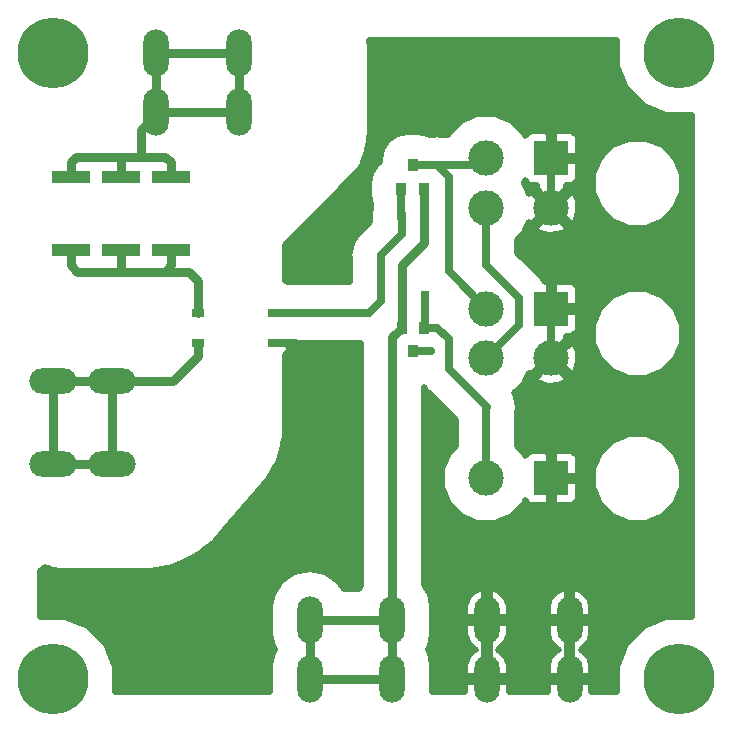
<source format=gbr>
G04 #@! TF.GenerationSoftware,KiCad,Pcbnew,(5.0.2)-1*
G04 #@! TF.CreationDate,2019-05-27T06:26:55-02:30*
G04 #@! TF.ProjectId,IndicatorLEDs_PCB,496e6469-6361-4746-9f72-4c4544735f50,rev?*
G04 #@! TF.SameCoordinates,Original*
G04 #@! TF.FileFunction,Copper,L1,Top*
G04 #@! TF.FilePolarity,Positive*
%FSLAX46Y46*%
G04 Gerber Fmt 4.6, Leading zero omitted, Abs format (unit mm)*
G04 Created by KiCad (PCBNEW (5.0.2)-1) date 5/27/2019 6:26:55 AM*
%MOMM*%
%LPD*%
G01*
G04 APERTURE LIST*
G04 #@! TA.AperFunction,ComponentPad*
%ADD10C,6.000000*%
G04 #@! TD*
G04 #@! TA.AperFunction,ComponentPad*
%ADD11O,2.150000X4.000000*%
G04 #@! TD*
G04 #@! TA.AperFunction,ComponentPad*
%ADD12O,4.000000X2.150000*%
G04 #@! TD*
G04 #@! TA.AperFunction,ComponentPad*
%ADD13C,3.000000*%
G04 #@! TD*
G04 #@! TA.AperFunction,ComponentPad*
%ADD14R,3.000000X3.000000*%
G04 #@! TD*
G04 #@! TA.AperFunction,SMDPad,CuDef*
%ADD15R,0.900000X1.000000*%
G04 #@! TD*
G04 #@! TA.AperFunction,SMDPad,CuDef*
%ADD16R,3.200000X1.000000*%
G04 #@! TD*
G04 #@! TA.AperFunction,SMDPad,CuDef*
%ADD17R,0.700000X1.300000*%
G04 #@! TD*
G04 #@! TA.AperFunction,SMDPad,CuDef*
%ADD18R,1.000000X0.800000*%
G04 #@! TD*
G04 #@! TA.AperFunction,ViaPad*
%ADD19C,0.600000*%
G04 #@! TD*
G04 #@! TA.AperFunction,Conductor*
%ADD20C,0.762000*%
G04 #@! TD*
G04 #@! TA.AperFunction,Conductor*
%ADD21C,0.635000*%
G04 #@! TD*
G04 #@! TA.AperFunction,Conductor*
%ADD22C,0.152400*%
G04 #@! TD*
G04 #@! TA.AperFunction,Conductor*
%ADD23C,0.540000*%
G04 #@! TD*
G04 APERTURE END LIST*
D10*
G04 #@! TO.P,H1,1*
G04 #@! TO.N,Net-(H1-Pad1)*
X53500000Y-146500000D03*
G04 #@! TD*
G04 #@! TO.P,H2,1*
G04 #@! TO.N,Net-(H2-Pad1)*
X106500000Y-146500000D03*
G04 #@! TD*
G04 #@! TO.P,H3,1*
G04 #@! TO.N,Net-(H3-Pad1)*
X106500000Y-93500000D03*
G04 #@! TD*
G04 #@! TO.P,H4,1*
G04 #@! TO.N,Net-(H4-Pad1)*
X53500000Y-93500000D03*
G04 #@! TD*
D11*
G04 #@! TO.P,J1,1*
G04 #@! TO.N,/HV_Contactor_+*
X62250000Y-93500000D03*
X69250000Y-93500000D03*
X69250000Y-98500000D03*
X62250000Y-98500000D03*
G04 #@! TD*
D12*
G04 #@! TO.P,J2,1*
G04 #@! TO.N,ISO_GND*
X53500000Y-121250000D03*
X53500000Y-128250000D03*
X58500000Y-128250000D03*
X58500000Y-121250000D03*
G04 #@! TD*
D11*
G04 #@! TO.P,J5,1*
G04 #@! TO.N,+12V*
X75250000Y-141500000D03*
X82250000Y-141500000D03*
X82250000Y-146500000D03*
X75250000Y-146500000D03*
G04 #@! TD*
G04 #@! TO.P,J6,1*
G04 #@! TO.N,GND*
X90250000Y-146500000D03*
X97250000Y-146500000D03*
X97250000Y-141500000D03*
X90250000Y-141500000D03*
G04 #@! TD*
D13*
G04 #@! TO.P,J3,2*
G04 #@! TO.N,/BMS_Shorted_I*
X90200000Y-129500000D03*
D14*
G04 #@! TO.P,J3,1*
G04 #@! TO.N,GND*
X95700000Y-129500000D03*
G04 #@! TD*
D13*
G04 #@! TO.P,J4,4*
G04 #@! TO.N,/GREEN_LED_FRONT*
X90200000Y-106600000D03*
G04 #@! TO.P,J4,3*
G04 #@! TO.N,/RED_LED_FRONT*
X90200000Y-102400000D03*
G04 #@! TO.P,J4,2*
G04 #@! TO.N,GND*
X95700000Y-106600000D03*
D14*
G04 #@! TO.P,J4,1*
X95700000Y-102400000D03*
G04 #@! TD*
G04 #@! TO.P,J7,1*
G04 #@! TO.N,GND*
X95700000Y-115150000D03*
D13*
G04 #@! TO.P,J7,2*
X95700000Y-119350000D03*
G04 #@! TO.P,J7,3*
G04 #@! TO.N,/RED_LED_FRONT*
X90200000Y-115150000D03*
G04 #@! TO.P,J7,4*
G04 #@! TO.N,/GREEN_LED_FRONT*
X90200000Y-119350000D03*
G04 #@! TD*
D15*
G04 #@! TO.P,Q1,1*
G04 #@! TO.N,/HV_Connected*
X83000000Y-105000000D03*
G04 #@! TO.P,Q1,2*
G04 #@! TO.N,+12V*
X84900000Y-105000000D03*
G04 #@! TO.P,Q1,3*
G04 #@! TO.N,/RED_LED_FRONT*
X83950000Y-103000000D03*
G04 #@! TD*
G04 #@! TO.P,Q2,3*
G04 #@! TO.N,/GREEN_LED_FRONT*
X84000000Y-118750000D03*
G04 #@! TO.P,Q2,2*
G04 #@! TO.N,+12V*
X83050000Y-116750000D03*
G04 #@! TO.P,Q2,1*
G04 #@! TO.N,/BMS_Shorted_I*
X84950000Y-116750000D03*
G04 #@! TD*
D16*
G04 #@! TO.P,R1,2*
G04 #@! TO.N,/HV_Contactor_+*
X55000000Y-104000000D03*
G04 #@! TO.P,R1,1*
G04 #@! TO.N,Net-(R1-Pad1)*
X55000000Y-110200000D03*
G04 #@! TD*
G04 #@! TO.P,R2,1*
G04 #@! TO.N,Net-(R1-Pad1)*
X59250000Y-110200000D03*
G04 #@! TO.P,R2,2*
G04 #@! TO.N,/HV_Contactor_+*
X59250000Y-104000000D03*
G04 #@! TD*
G04 #@! TO.P,R3,2*
G04 #@! TO.N,/HV_Contactor_+*
X63500000Y-104000000D03*
G04 #@! TO.P,R3,1*
G04 #@! TO.N,Net-(R1-Pad1)*
X63500000Y-110200000D03*
G04 #@! TD*
D17*
G04 #@! TO.P,R4,2*
G04 #@! TO.N,/HV_Connected*
X83050000Y-107500000D03*
G04 #@! TO.P,R4,1*
G04 #@! TO.N,+12V*
X84950000Y-107500000D03*
G04 #@! TD*
G04 #@! TO.P,R5,1*
G04 #@! TO.N,+12V*
X83100000Y-114250000D03*
G04 #@! TO.P,R5,2*
G04 #@! TO.N,/BMS_Shorted_I*
X85000000Y-114250000D03*
G04 #@! TD*
D18*
G04 #@! TO.P,U1,4*
G04 #@! TO.N,/HV_Connected*
X72250000Y-115460000D03*
G04 #@! TO.P,U1,1*
G04 #@! TO.N,Net-(R1-Pad1)*
X65750000Y-115460000D03*
G04 #@! TO.P,U1,3*
G04 #@! TO.N,GND*
X72250000Y-118000000D03*
G04 #@! TO.P,U1,2*
G04 #@! TO.N,ISO_GND*
X65750000Y-118000000D03*
G04 #@! TD*
D19*
G04 #@! TO.N,GND*
X74000000Y-118000000D03*
X74000000Y-120000000D03*
X74000000Y-123500000D03*
X73000000Y-131000000D03*
X66000000Y-137500000D03*
X56500000Y-139750000D03*
X61250000Y-146000000D03*
X68750000Y-146000000D03*
X70000000Y-142500000D03*
X77000000Y-136250000D03*
X79250000Y-133500000D03*
X78750000Y-127000000D03*
X78750000Y-119500000D03*
X74500000Y-111750000D03*
X78000000Y-110250000D03*
X75500000Y-109000000D03*
X79000000Y-107000000D03*
X79250000Y-104500000D03*
X81000000Y-99500000D03*
X82000000Y-94000000D03*
X89250000Y-93750000D03*
X98250000Y-94250000D03*
X95500000Y-97250000D03*
X86500000Y-97000000D03*
X101250000Y-99500000D03*
X106750000Y-101250000D03*
X107000000Y-108750000D03*
X103000000Y-110750000D03*
X107000000Y-113750000D03*
X107000000Y-121250000D03*
X102750000Y-123250000D03*
X107000000Y-127000000D03*
X106750000Y-134250000D03*
X102000000Y-136250000D03*
X106250000Y-138750000D03*
X102000000Y-140000000D03*
G04 #@! TO.N,/GREEN_LED_FRONT*
X85500000Y-118750000D03*
G04 #@! TD*
D20*
G04 #@! TO.N,ISO_GND*
X61262000Y-121250000D02*
X58500000Y-121250000D01*
X63662000Y-121250000D02*
X61262000Y-121250000D01*
X65750000Y-119162000D02*
X63662000Y-121250000D01*
X65750000Y-118000000D02*
X65750000Y-119162000D01*
X53500000Y-121250000D02*
X58500000Y-121250000D01*
X53500000Y-128250000D02*
X58500000Y-128250000D01*
X58500000Y-128250000D02*
X58500000Y-121250000D01*
X53500000Y-121250000D02*
X53500000Y-128250000D01*
G04 #@! TO.N,+12V*
X75250000Y-146500000D02*
X82250000Y-146500000D01*
X82250000Y-146500000D02*
X82250000Y-141500000D01*
X82250000Y-141500000D02*
X75250000Y-141500000D01*
X75250000Y-141500000D02*
X75250000Y-146500000D01*
X84900000Y-107450000D02*
X84950000Y-107500000D01*
X84900000Y-105000000D02*
X84900000Y-107450000D01*
X84950000Y-107500000D02*
X84950000Y-109550000D01*
X83100000Y-111400000D02*
X83100000Y-114250000D01*
X84950000Y-109550000D02*
X83100000Y-111400000D01*
X83050000Y-114300000D02*
X83100000Y-114250000D01*
X83050000Y-116750000D02*
X83050000Y-114300000D01*
X82250000Y-117550000D02*
X83050000Y-116750000D01*
X82250000Y-141500000D02*
X82250000Y-117550000D01*
D21*
G04 #@! TO.N,GND*
X72250000Y-118000000D02*
X74000000Y-118000000D01*
X95700000Y-106600000D02*
X95700000Y-102400000D01*
X95700000Y-115150000D02*
X95700000Y-119350000D01*
D22*
X74000000Y-118000000D02*
X74000000Y-120000000D01*
X74000000Y-123500000D02*
X74000000Y-130000000D01*
X74000000Y-130000000D02*
X73000000Y-131000000D01*
X66000000Y-137500000D02*
X58750000Y-137500000D01*
X58750000Y-137500000D02*
X56500000Y-139750000D01*
X61250000Y-146000000D02*
X68750000Y-146000000D01*
X70000000Y-142500000D02*
X71250000Y-141250000D01*
X71250000Y-141250000D02*
X71250000Y-138750000D01*
X71250000Y-138750000D02*
X73750000Y-136250000D01*
X73750000Y-136250000D02*
X77000000Y-136250000D01*
X79250000Y-133500000D02*
X78750000Y-133000000D01*
X78750000Y-133000000D02*
X78750000Y-127000000D01*
X74500000Y-111750000D02*
X76000000Y-110250000D01*
X76000000Y-110250000D02*
X78000000Y-110250000D01*
X75500000Y-109000000D02*
X77500000Y-107000000D01*
X77500000Y-107000000D02*
X79000000Y-107000000D01*
X79549999Y-104200001D02*
X79549999Y-103450001D01*
X79250000Y-104500000D02*
X79549999Y-104200001D01*
X79549999Y-103450001D02*
X80750000Y-102250000D01*
X80750000Y-102250000D02*
X80750000Y-99750000D01*
X80750000Y-99750000D02*
X81000000Y-99500000D01*
X82000000Y-94000000D02*
X89000000Y-94000000D01*
X89000000Y-94000000D02*
X89250000Y-93750000D01*
X98250000Y-94250000D02*
X95500000Y-97000000D01*
X95500000Y-97000000D02*
X95500000Y-97250000D01*
X95700000Y-102400000D02*
X98350000Y-102400000D01*
X98350000Y-102400000D02*
X101250000Y-99500000D01*
X106750000Y-101674264D02*
X107000000Y-101924264D01*
X106750000Y-101250000D02*
X106750000Y-101674264D01*
X107000000Y-101924264D02*
X107000000Y-108750000D01*
X103000000Y-110750000D02*
X106000000Y-113750000D01*
X106000000Y-113750000D02*
X107000000Y-113750000D01*
X107000000Y-121250000D02*
X104750000Y-121250000D01*
X104750000Y-121250000D02*
X102750000Y-123250000D01*
X107000000Y-127000000D02*
X107000000Y-134000000D01*
X107000000Y-134000000D02*
X106750000Y-134250000D01*
X102000000Y-136250000D02*
X103750000Y-136250000D01*
X103750000Y-136250000D02*
X106250000Y-138750000D01*
D20*
G04 #@! TO.N,/HV_Contactor_+*
X62250000Y-98500000D02*
X69250000Y-98500000D01*
X69250000Y-93500000D02*
X69250000Y-98500000D01*
X62250000Y-93500000D02*
X62250000Y-98500000D01*
X62250000Y-93500000D02*
X69250000Y-93500000D01*
X55488000Y-102250000D02*
X61000000Y-102250000D01*
X55000000Y-102738000D02*
X55488000Y-102250000D01*
X55000000Y-104000000D02*
X55000000Y-102738000D01*
X63012000Y-102250000D02*
X61000000Y-102250000D01*
X63500000Y-102738000D02*
X63012000Y-102250000D01*
X63500000Y-104000000D02*
X63500000Y-102738000D01*
X61000000Y-100000000D02*
X61000000Y-102250000D01*
X62250000Y-98500000D02*
X62250000Y-98750000D01*
X62250000Y-98750000D02*
X61000000Y-100000000D01*
X59250000Y-102250000D02*
X59250000Y-104000000D01*
X61000000Y-102250000D02*
X59250000Y-102250000D01*
D21*
G04 #@! TO.N,/BMS_Shorted_I*
X85000000Y-116700000D02*
X84950000Y-116750000D01*
X85000000Y-114250000D02*
X85000000Y-116700000D01*
X86035000Y-116750000D02*
X87000000Y-117715000D01*
X84950000Y-116750000D02*
X86035000Y-116750000D01*
X87000000Y-117715000D02*
X87000000Y-120250000D01*
X87000000Y-120250000D02*
X90250000Y-123500000D01*
X90200000Y-123550000D02*
X90200000Y-129500000D01*
X90250000Y-123500000D02*
X90200000Y-123550000D01*
G04 #@! TO.N,/GREEN_LED_FRONT*
X93000000Y-116550000D02*
X90200000Y-119350000D01*
X93000000Y-114250000D02*
X93000000Y-116550000D01*
X90200000Y-106600000D02*
X90200000Y-111450000D01*
X90200000Y-111450000D02*
X93000000Y-114250000D01*
X84000000Y-118750000D02*
X85500000Y-118750000D01*
G04 #@! TO.N,/RED_LED_FRONT*
X89600000Y-103000000D02*
X90200000Y-102400000D01*
X90200000Y-115150000D02*
X87000000Y-111950000D01*
X87000000Y-104000000D02*
X86000000Y-103000000D01*
X87000000Y-111950000D02*
X87000000Y-104000000D01*
X83950000Y-103000000D02*
X86000000Y-103000000D01*
X86000000Y-103000000D02*
X89600000Y-103000000D01*
G04 #@! TO.N,/HV_Connected*
X83000000Y-107450000D02*
X83050000Y-107500000D01*
X83000000Y-105000000D02*
X83000000Y-107450000D01*
X83050000Y-108785000D02*
X81250000Y-110585000D01*
X83050000Y-107500000D02*
X83050000Y-108785000D01*
X81250000Y-110585000D02*
X81250000Y-114500000D01*
X80290000Y-115460000D02*
X72250000Y-115460000D01*
X81250000Y-114500000D02*
X80290000Y-115460000D01*
D20*
G04 #@! TO.N,Net-(R1-Pad1)*
X55000000Y-111462000D02*
X55538000Y-112000000D01*
X55000000Y-110200000D02*
X55000000Y-111462000D01*
X63500000Y-111462000D02*
X62962000Y-112000000D01*
X63500000Y-110200000D02*
X63500000Y-111462000D01*
X59250000Y-111462000D02*
X59250000Y-112000000D01*
X59250000Y-110200000D02*
X59250000Y-111462000D01*
X62962000Y-112000000D02*
X59250000Y-112000000D01*
X59250000Y-112000000D02*
X55538000Y-112000000D01*
X62962000Y-112000000D02*
X65000000Y-112000000D01*
X65750000Y-112750000D02*
X65750000Y-115460000D01*
X65000000Y-112000000D02*
X65750000Y-112750000D01*
G04 #@! TD*
D23*
G04 #@! TO.N,GND*
G36*
X79599000Y-138521662D02*
X79380280Y-138849000D01*
X78119720Y-138849000D01*
X77661610Y-138163390D01*
X76555153Y-137424079D01*
X75250000Y-137164468D01*
X73944846Y-137424079D01*
X72838390Y-138163390D01*
X72099079Y-139269847D01*
X71905000Y-140245549D01*
X71905000Y-142754452D01*
X72099079Y-143730154D01*
X72279385Y-144000000D01*
X72099079Y-144269847D01*
X71905000Y-145245549D01*
X71905000Y-147630000D01*
X58736145Y-147630000D01*
X58770000Y-147548268D01*
X58770000Y-145451732D01*
X57967690Y-143514785D01*
X56485215Y-142032310D01*
X54548268Y-141230000D01*
X52451732Y-141230000D01*
X52370000Y-141263855D01*
X52370000Y-137383049D01*
X52796106Y-136980616D01*
X52959519Y-137059086D01*
X53120005Y-137108458D01*
X53270785Y-137182324D01*
X53633077Y-137266299D01*
X54092413Y-137335357D01*
X54266576Y-137370000D01*
X61483424Y-137370000D01*
X61602401Y-137346334D01*
X62310222Y-137274031D01*
X62475532Y-137243892D01*
X62641226Y-137216277D01*
X63631791Y-136969993D01*
X63984547Y-136852221D01*
X64924387Y-136454011D01*
X65254376Y-136282505D01*
X66120353Y-135742175D01*
X66320042Y-135594615D01*
X66419449Y-135521159D01*
X67190238Y-134852012D01*
X67350371Y-134689274D01*
X67451078Y-134586929D01*
X68103730Y-133810165D01*
X71465115Y-129851751D01*
X71678933Y-129605637D01*
X71784440Y-129457083D01*
X71896035Y-129313041D01*
X71913456Y-129284907D01*
X72344447Y-128577899D01*
X72437835Y-128384428D01*
X72533891Y-128192327D01*
X72545516Y-128161346D01*
X72830974Y-127384088D01*
X72885002Y-127176172D01*
X72941918Y-126969065D01*
X72947304Y-126936415D01*
X73012009Y-126526331D01*
X73120000Y-125983424D01*
X73120000Y-119088842D01*
X73190701Y-119059557D01*
X73409556Y-118840702D01*
X73528000Y-118554754D01*
X73528000Y-118394500D01*
X73363502Y-118230002D01*
X73528000Y-118230002D01*
X73528000Y-118047500D01*
X79599001Y-118047500D01*
X79599000Y-138521662D01*
X79599000Y-138521662D01*
G37*
X79599000Y-138521662D02*
X79380280Y-138849000D01*
X78119720Y-138849000D01*
X77661610Y-138163390D01*
X76555153Y-137424079D01*
X75250000Y-137164468D01*
X73944846Y-137424079D01*
X72838390Y-138163390D01*
X72099079Y-139269847D01*
X71905000Y-140245549D01*
X71905000Y-142754452D01*
X72099079Y-143730154D01*
X72279385Y-144000000D01*
X72099079Y-144269847D01*
X71905000Y-145245549D01*
X71905000Y-147630000D01*
X58736145Y-147630000D01*
X58770000Y-147548268D01*
X58770000Y-145451732D01*
X57967690Y-143514785D01*
X56485215Y-142032310D01*
X54548268Y-141230000D01*
X52451732Y-141230000D01*
X52370000Y-141263855D01*
X52370000Y-137383049D01*
X52796106Y-136980616D01*
X52959519Y-137059086D01*
X53120005Y-137108458D01*
X53270785Y-137182324D01*
X53633077Y-137266299D01*
X54092413Y-137335357D01*
X54266576Y-137370000D01*
X61483424Y-137370000D01*
X61602401Y-137346334D01*
X62310222Y-137274031D01*
X62475532Y-137243892D01*
X62641226Y-137216277D01*
X63631791Y-136969993D01*
X63984547Y-136852221D01*
X64924387Y-136454011D01*
X65254376Y-136282505D01*
X66120353Y-135742175D01*
X66320042Y-135594615D01*
X66419449Y-135521159D01*
X67190238Y-134852012D01*
X67350371Y-134689274D01*
X67451078Y-134586929D01*
X68103730Y-133810165D01*
X71465115Y-129851751D01*
X71678933Y-129605637D01*
X71784440Y-129457083D01*
X71896035Y-129313041D01*
X71913456Y-129284907D01*
X72344447Y-128577899D01*
X72437835Y-128384428D01*
X72533891Y-128192327D01*
X72545516Y-128161346D01*
X72830974Y-127384088D01*
X72885002Y-127176172D01*
X72941918Y-126969065D01*
X72947304Y-126936415D01*
X73012009Y-126526331D01*
X73120000Y-125983424D01*
X73120000Y-119088842D01*
X73190701Y-119059557D01*
X73409556Y-118840702D01*
X73528000Y-118554754D01*
X73528000Y-118394500D01*
X73363502Y-118230002D01*
X73528000Y-118230002D01*
X73528000Y-118047500D01*
X79599001Y-118047500D01*
X79599000Y-138521662D01*
G36*
X101230000Y-92451732D02*
X101230000Y-94548268D01*
X102032310Y-96485215D01*
X103514785Y-97967690D01*
X105451732Y-98770000D01*
X107548268Y-98770000D01*
X107630001Y-98736145D01*
X107630000Y-141263855D01*
X107548268Y-141230000D01*
X105451732Y-141230000D01*
X103514785Y-142032310D01*
X102032310Y-143514785D01*
X101230000Y-145451732D01*
X101230000Y-147548268D01*
X101263855Y-147630000D01*
X99103000Y-147630000D01*
X99103000Y-146730000D01*
X97480000Y-146730000D01*
X97480000Y-146750000D01*
X97020000Y-146750000D01*
X97020000Y-146730000D01*
X95397000Y-146730000D01*
X95397000Y-147630000D01*
X92103000Y-147630000D01*
X92103000Y-146730000D01*
X90480000Y-146730000D01*
X90480000Y-146750000D01*
X90020000Y-146750000D01*
X90020000Y-146730000D01*
X88397000Y-146730000D01*
X88397000Y-147630000D01*
X85595000Y-147630000D01*
X85595000Y-145245548D01*
X85400921Y-144269846D01*
X85220615Y-144000000D01*
X85400921Y-143730154D01*
X85595000Y-142754452D01*
X85595000Y-141730000D01*
X88397000Y-141730000D01*
X88397000Y-142655000D01*
X88626068Y-143346605D01*
X89102365Y-143897904D01*
X89312719Y-144000000D01*
X89102365Y-144102096D01*
X88626068Y-144653395D01*
X88397000Y-145345000D01*
X88397000Y-146270000D01*
X90020000Y-146270000D01*
X90020000Y-141730000D01*
X90480000Y-141730000D01*
X90480000Y-146270000D01*
X92103000Y-146270000D01*
X92103000Y-145345000D01*
X91873932Y-144653395D01*
X91397635Y-144102096D01*
X91187281Y-144000000D01*
X91397635Y-143897904D01*
X91873932Y-143346605D01*
X92103000Y-142655000D01*
X92103000Y-141730000D01*
X95397000Y-141730000D01*
X95397000Y-142655000D01*
X95626068Y-143346605D01*
X96102365Y-143897904D01*
X96312719Y-144000000D01*
X96102365Y-144102096D01*
X95626068Y-144653395D01*
X95397000Y-145345000D01*
X95397000Y-146270000D01*
X97020000Y-146270000D01*
X97020000Y-141730000D01*
X97480000Y-141730000D01*
X97480000Y-146270000D01*
X99103000Y-146270000D01*
X99103000Y-145345000D01*
X98873932Y-144653395D01*
X98397635Y-144102096D01*
X98187281Y-144000000D01*
X98397635Y-143897904D01*
X98873932Y-143346605D01*
X99103000Y-142655000D01*
X99103000Y-141730000D01*
X97480000Y-141730000D01*
X97020000Y-141730000D01*
X95397000Y-141730000D01*
X92103000Y-141730000D01*
X90480000Y-141730000D01*
X90020000Y-141730000D01*
X88397000Y-141730000D01*
X85595000Y-141730000D01*
X85595000Y-140345000D01*
X88397000Y-140345000D01*
X88397000Y-141270000D01*
X90020000Y-141270000D01*
X90020000Y-138932526D01*
X90480000Y-138932526D01*
X90480000Y-141270000D01*
X92103000Y-141270000D01*
X92103000Y-140345000D01*
X95397000Y-140345000D01*
X95397000Y-141270000D01*
X97020000Y-141270000D01*
X97020000Y-138932526D01*
X97480000Y-138932526D01*
X97480000Y-141270000D01*
X99103000Y-141270000D01*
X99103000Y-140345000D01*
X98873932Y-139653395D01*
X98397635Y-139102096D01*
X97764800Y-138794947D01*
X97480000Y-138932526D01*
X97020000Y-138932526D01*
X96735200Y-138794947D01*
X96102365Y-139102096D01*
X95626068Y-139653395D01*
X95397000Y-140345000D01*
X92103000Y-140345000D01*
X91873932Y-139653395D01*
X91397635Y-139102096D01*
X90764800Y-138794947D01*
X90480000Y-138932526D01*
X90020000Y-138932526D01*
X89735200Y-138794947D01*
X89102365Y-139102096D01*
X88626068Y-139653395D01*
X88397000Y-140345000D01*
X85595000Y-140345000D01*
X85595000Y-140245548D01*
X85400921Y-139269846D01*
X84901000Y-138521662D01*
X84901000Y-121766000D01*
X84990158Y-121899435D01*
X84990161Y-121899438D01*
X85134518Y-122115483D01*
X85350562Y-122259839D01*
X87612500Y-124521778D01*
X87612501Y-126755913D01*
X87003948Y-127364466D01*
X86430000Y-128750100D01*
X86430000Y-130249900D01*
X87003948Y-131635534D01*
X88064466Y-132696052D01*
X89450100Y-133270000D01*
X90949900Y-133270000D01*
X92335534Y-132696052D01*
X93396052Y-131635534D01*
X93508599Y-131363821D01*
X93540444Y-131440702D01*
X93759299Y-131659557D01*
X94045246Y-131778000D01*
X95275500Y-131778000D01*
X95470000Y-131583500D01*
X95470000Y-129730000D01*
X95930000Y-129730000D01*
X95930000Y-131583500D01*
X96124500Y-131778000D01*
X97354754Y-131778000D01*
X97640701Y-131659557D01*
X97859556Y-131440702D01*
X97978000Y-131154754D01*
X97978000Y-129924500D01*
X97783500Y-129730000D01*
X95930000Y-129730000D01*
X95470000Y-129730000D01*
X95450000Y-129730000D01*
X95450000Y-129270000D01*
X95470000Y-129270000D01*
X95470000Y-127416500D01*
X95930000Y-127416500D01*
X95930000Y-129270000D01*
X97783500Y-129270000D01*
X97978000Y-129075500D01*
X97978000Y-128750100D01*
X99230000Y-128750100D01*
X99230000Y-130249900D01*
X99803948Y-131635534D01*
X100864466Y-132696052D01*
X102250100Y-133270000D01*
X103749900Y-133270000D01*
X105135534Y-132696052D01*
X106196052Y-131635534D01*
X106770000Y-130249900D01*
X106770000Y-128750100D01*
X106196052Y-127364466D01*
X105135534Y-126303948D01*
X103749900Y-125730000D01*
X102250100Y-125730000D01*
X100864466Y-126303948D01*
X99803948Y-127364466D01*
X99230000Y-128750100D01*
X97978000Y-128750100D01*
X97978000Y-127845246D01*
X97859556Y-127559298D01*
X97640701Y-127340443D01*
X97354754Y-127222000D01*
X96124500Y-127222000D01*
X95930000Y-127416500D01*
X95470000Y-127416500D01*
X95275500Y-127222000D01*
X94045246Y-127222000D01*
X93759299Y-127340443D01*
X93540444Y-127559298D01*
X93508599Y-127636179D01*
X93396052Y-127364466D01*
X92787500Y-126755914D01*
X92787500Y-124006209D01*
X92888191Y-123500000D01*
X92820813Y-123161264D01*
X92687371Y-122490407D01*
X92568733Y-122312853D01*
X93396052Y-121485534D01*
X93593589Y-121008635D01*
X94366634Y-121008635D01*
X94527577Y-121355001D01*
X95384104Y-121651046D01*
X96288722Y-121596778D01*
X96872423Y-121355001D01*
X97033366Y-121008635D01*
X95700000Y-119675269D01*
X94366634Y-121008635D01*
X93593589Y-121008635D01*
X93778847Y-120561384D01*
X94041365Y-120683366D01*
X95374731Y-119350000D01*
X96025269Y-119350000D01*
X97358635Y-120683366D01*
X97705001Y-120522423D01*
X98001046Y-119665896D01*
X97946778Y-118761278D01*
X97705001Y-118177577D01*
X97358635Y-118016634D01*
X96025269Y-119350000D01*
X95374731Y-119350000D01*
X95360589Y-119335858D01*
X95685858Y-119010589D01*
X95700000Y-119024731D01*
X97033366Y-117691365D01*
X96910990Y-117428000D01*
X97354754Y-117428000D01*
X97640701Y-117309557D01*
X97859556Y-117090702D01*
X97978000Y-116804754D01*
X97978000Y-116500100D01*
X99230000Y-116500100D01*
X99230000Y-117999900D01*
X99803948Y-119385534D01*
X100864466Y-120446052D01*
X102250100Y-121020000D01*
X103749900Y-121020000D01*
X105135534Y-120446052D01*
X106196052Y-119385534D01*
X106770000Y-117999900D01*
X106770000Y-116500100D01*
X106196052Y-115114466D01*
X105135534Y-114053948D01*
X103749900Y-113480000D01*
X102250100Y-113480000D01*
X100864466Y-114053948D01*
X99803948Y-115114466D01*
X99230000Y-116500100D01*
X97978000Y-116500100D01*
X97978000Y-115574500D01*
X97783500Y-115380000D01*
X95930000Y-115380000D01*
X95930000Y-115400000D01*
X95587500Y-115400000D01*
X95587500Y-114504841D01*
X95638191Y-114250000D01*
X95587500Y-113995158D01*
X95587500Y-113995154D01*
X95470000Y-113404440D01*
X95470000Y-113066500D01*
X95930000Y-113066500D01*
X95930000Y-114920000D01*
X97783500Y-114920000D01*
X97978000Y-114725500D01*
X97978000Y-113495246D01*
X97859556Y-113209298D01*
X97640701Y-112990443D01*
X97354754Y-112872000D01*
X96124500Y-112872000D01*
X95930000Y-113066500D01*
X95470000Y-113066500D01*
X95275500Y-112872000D01*
X95191210Y-112872000D01*
X95009842Y-112600564D01*
X95009840Y-112600562D01*
X94865483Y-112384517D01*
X94649439Y-112240161D01*
X92787500Y-110378223D01*
X92787500Y-109344086D01*
X93396052Y-108735534D01*
X93593589Y-108258635D01*
X94366634Y-108258635D01*
X94527577Y-108605001D01*
X95384104Y-108901046D01*
X96288722Y-108846778D01*
X96872423Y-108605001D01*
X97033366Y-108258635D01*
X95700000Y-106925269D01*
X94366634Y-108258635D01*
X93593589Y-108258635D01*
X93778847Y-107811384D01*
X94041365Y-107933366D01*
X95374731Y-106600000D01*
X96025269Y-106600000D01*
X97358635Y-107933366D01*
X97705001Y-107772423D01*
X98001046Y-106915896D01*
X97946778Y-106011278D01*
X97705001Y-105427577D01*
X97358635Y-105266634D01*
X96025269Y-106600000D01*
X95374731Y-106600000D01*
X94041365Y-105266634D01*
X93778847Y-105388616D01*
X93410771Y-104500000D01*
X93508599Y-104263821D01*
X93540444Y-104340702D01*
X93759299Y-104559557D01*
X94045246Y-104678000D01*
X94489010Y-104678000D01*
X94366634Y-104941365D01*
X95700000Y-106274731D01*
X97033366Y-104941365D01*
X96910990Y-104678000D01*
X97354754Y-104678000D01*
X97640701Y-104559557D01*
X97859556Y-104340702D01*
X97978000Y-104054754D01*
X97978000Y-103750100D01*
X99230000Y-103750100D01*
X99230000Y-105249900D01*
X99803948Y-106635534D01*
X100864466Y-107696052D01*
X102250100Y-108270000D01*
X103749900Y-108270000D01*
X105135534Y-107696052D01*
X106196052Y-106635534D01*
X106770000Y-105249900D01*
X106770000Y-103750100D01*
X106196052Y-102364466D01*
X105135534Y-101303948D01*
X103749900Y-100730000D01*
X102250100Y-100730000D01*
X100864466Y-101303948D01*
X99803948Y-102364466D01*
X99230000Y-103750100D01*
X97978000Y-103750100D01*
X97978000Y-102824500D01*
X97783500Y-102630000D01*
X95930000Y-102630000D01*
X95930000Y-102650000D01*
X95470000Y-102650000D01*
X95470000Y-102630000D01*
X95450000Y-102630000D01*
X95450000Y-102170000D01*
X95470000Y-102170000D01*
X95470000Y-100316500D01*
X95930000Y-100316500D01*
X95930000Y-102170000D01*
X97783500Y-102170000D01*
X97978000Y-101975500D01*
X97978000Y-100745246D01*
X97859556Y-100459298D01*
X97640701Y-100240443D01*
X97354754Y-100122000D01*
X96124500Y-100122000D01*
X95930000Y-100316500D01*
X95470000Y-100316500D01*
X95275500Y-100122000D01*
X94045246Y-100122000D01*
X93759299Y-100240443D01*
X93540444Y-100459298D01*
X93508599Y-100536179D01*
X93396052Y-100264466D01*
X92335534Y-99203948D01*
X90949900Y-98630000D01*
X89450100Y-98630000D01*
X88064466Y-99203948D01*
X87003948Y-100264466D01*
X86942630Y-100412500D01*
X86254841Y-100412500D01*
X86000000Y-100361809D01*
X85745159Y-100412500D01*
X85361726Y-100412500D01*
X85285710Y-100361708D01*
X84400000Y-100185529D01*
X83500000Y-100185529D01*
X82614290Y-100361708D01*
X81863422Y-100863422D01*
X81361708Y-101614290D01*
X81185529Y-102500000D01*
X81185529Y-102681606D01*
X80913422Y-102863422D01*
X80411708Y-103614290D01*
X80235529Y-104500000D01*
X80235529Y-105500000D01*
X80411708Y-106385710D01*
X80412500Y-106386895D01*
X80412500Y-106714408D01*
X80385529Y-106850000D01*
X80385529Y-107330751D01*
X80361809Y-107450000D01*
X80385529Y-107569249D01*
X80385529Y-107790194D01*
X79600565Y-108575158D01*
X79384517Y-108719517D01*
X79240159Y-108935564D01*
X79240158Y-108935565D01*
X79086433Y-109165631D01*
X78812628Y-109575409D01*
X78662500Y-110330155D01*
X78662500Y-110330159D01*
X78611809Y-110585000D01*
X78662500Y-110839842D01*
X78662501Y-112872500D01*
X73388325Y-112872500D01*
X73120000Y-112819127D01*
X73120000Y-109731685D01*
X79340898Y-103510788D01*
X79732491Y-102924728D01*
X79778218Y-102694843D01*
X79875819Y-102461213D01*
X79923969Y-102310096D01*
X79978221Y-102161039D01*
X80215343Y-101276085D01*
X80257964Y-101034368D01*
X80287079Y-100869246D01*
X80360322Y-100032079D01*
X80370000Y-99983424D01*
X80370000Y-93016576D01*
X80241388Y-92370000D01*
X101263855Y-92370000D01*
X101230000Y-92451732D01*
X101230000Y-92451732D01*
G37*
X101230000Y-92451732D02*
X101230000Y-94548268D01*
X102032310Y-96485215D01*
X103514785Y-97967690D01*
X105451732Y-98770000D01*
X107548268Y-98770000D01*
X107630001Y-98736145D01*
X107630000Y-141263855D01*
X107548268Y-141230000D01*
X105451732Y-141230000D01*
X103514785Y-142032310D01*
X102032310Y-143514785D01*
X101230000Y-145451732D01*
X101230000Y-147548268D01*
X101263855Y-147630000D01*
X99103000Y-147630000D01*
X99103000Y-146730000D01*
X97480000Y-146730000D01*
X97480000Y-146750000D01*
X97020000Y-146750000D01*
X97020000Y-146730000D01*
X95397000Y-146730000D01*
X95397000Y-147630000D01*
X92103000Y-147630000D01*
X92103000Y-146730000D01*
X90480000Y-146730000D01*
X90480000Y-146750000D01*
X90020000Y-146750000D01*
X90020000Y-146730000D01*
X88397000Y-146730000D01*
X88397000Y-147630000D01*
X85595000Y-147630000D01*
X85595000Y-145245548D01*
X85400921Y-144269846D01*
X85220615Y-144000000D01*
X85400921Y-143730154D01*
X85595000Y-142754452D01*
X85595000Y-141730000D01*
X88397000Y-141730000D01*
X88397000Y-142655000D01*
X88626068Y-143346605D01*
X89102365Y-143897904D01*
X89312719Y-144000000D01*
X89102365Y-144102096D01*
X88626068Y-144653395D01*
X88397000Y-145345000D01*
X88397000Y-146270000D01*
X90020000Y-146270000D01*
X90020000Y-141730000D01*
X90480000Y-141730000D01*
X90480000Y-146270000D01*
X92103000Y-146270000D01*
X92103000Y-145345000D01*
X91873932Y-144653395D01*
X91397635Y-144102096D01*
X91187281Y-144000000D01*
X91397635Y-143897904D01*
X91873932Y-143346605D01*
X92103000Y-142655000D01*
X92103000Y-141730000D01*
X95397000Y-141730000D01*
X95397000Y-142655000D01*
X95626068Y-143346605D01*
X96102365Y-143897904D01*
X96312719Y-144000000D01*
X96102365Y-144102096D01*
X95626068Y-144653395D01*
X95397000Y-145345000D01*
X95397000Y-146270000D01*
X97020000Y-146270000D01*
X97020000Y-141730000D01*
X97480000Y-141730000D01*
X97480000Y-146270000D01*
X99103000Y-146270000D01*
X99103000Y-145345000D01*
X98873932Y-144653395D01*
X98397635Y-144102096D01*
X98187281Y-144000000D01*
X98397635Y-143897904D01*
X98873932Y-143346605D01*
X99103000Y-142655000D01*
X99103000Y-141730000D01*
X97480000Y-141730000D01*
X97020000Y-141730000D01*
X95397000Y-141730000D01*
X92103000Y-141730000D01*
X90480000Y-141730000D01*
X90020000Y-141730000D01*
X88397000Y-141730000D01*
X85595000Y-141730000D01*
X85595000Y-140345000D01*
X88397000Y-140345000D01*
X88397000Y-141270000D01*
X90020000Y-141270000D01*
X90020000Y-138932526D01*
X90480000Y-138932526D01*
X90480000Y-141270000D01*
X92103000Y-141270000D01*
X92103000Y-140345000D01*
X95397000Y-140345000D01*
X95397000Y-141270000D01*
X97020000Y-141270000D01*
X97020000Y-138932526D01*
X97480000Y-138932526D01*
X97480000Y-141270000D01*
X99103000Y-141270000D01*
X99103000Y-140345000D01*
X98873932Y-139653395D01*
X98397635Y-139102096D01*
X97764800Y-138794947D01*
X97480000Y-138932526D01*
X97020000Y-138932526D01*
X96735200Y-138794947D01*
X96102365Y-139102096D01*
X95626068Y-139653395D01*
X95397000Y-140345000D01*
X92103000Y-140345000D01*
X91873932Y-139653395D01*
X91397635Y-139102096D01*
X90764800Y-138794947D01*
X90480000Y-138932526D01*
X90020000Y-138932526D01*
X89735200Y-138794947D01*
X89102365Y-139102096D01*
X88626068Y-139653395D01*
X88397000Y-140345000D01*
X85595000Y-140345000D01*
X85595000Y-140245548D01*
X85400921Y-139269846D01*
X84901000Y-138521662D01*
X84901000Y-121766000D01*
X84990158Y-121899435D01*
X84990161Y-121899438D01*
X85134518Y-122115483D01*
X85350562Y-122259839D01*
X87612500Y-124521778D01*
X87612501Y-126755913D01*
X87003948Y-127364466D01*
X86430000Y-128750100D01*
X86430000Y-130249900D01*
X87003948Y-131635534D01*
X88064466Y-132696052D01*
X89450100Y-133270000D01*
X90949900Y-133270000D01*
X92335534Y-132696052D01*
X93396052Y-131635534D01*
X93508599Y-131363821D01*
X93540444Y-131440702D01*
X93759299Y-131659557D01*
X94045246Y-131778000D01*
X95275500Y-131778000D01*
X95470000Y-131583500D01*
X95470000Y-129730000D01*
X95930000Y-129730000D01*
X95930000Y-131583500D01*
X96124500Y-131778000D01*
X97354754Y-131778000D01*
X97640701Y-131659557D01*
X97859556Y-131440702D01*
X97978000Y-131154754D01*
X97978000Y-129924500D01*
X97783500Y-129730000D01*
X95930000Y-129730000D01*
X95470000Y-129730000D01*
X95450000Y-129730000D01*
X95450000Y-129270000D01*
X95470000Y-129270000D01*
X95470000Y-127416500D01*
X95930000Y-127416500D01*
X95930000Y-129270000D01*
X97783500Y-129270000D01*
X97978000Y-129075500D01*
X97978000Y-128750100D01*
X99230000Y-128750100D01*
X99230000Y-130249900D01*
X99803948Y-131635534D01*
X100864466Y-132696052D01*
X102250100Y-133270000D01*
X103749900Y-133270000D01*
X105135534Y-132696052D01*
X106196052Y-131635534D01*
X106770000Y-130249900D01*
X106770000Y-128750100D01*
X106196052Y-127364466D01*
X105135534Y-126303948D01*
X103749900Y-125730000D01*
X102250100Y-125730000D01*
X100864466Y-126303948D01*
X99803948Y-127364466D01*
X99230000Y-128750100D01*
X97978000Y-128750100D01*
X97978000Y-127845246D01*
X97859556Y-127559298D01*
X97640701Y-127340443D01*
X97354754Y-127222000D01*
X96124500Y-127222000D01*
X95930000Y-127416500D01*
X95470000Y-127416500D01*
X95275500Y-127222000D01*
X94045246Y-127222000D01*
X93759299Y-127340443D01*
X93540444Y-127559298D01*
X93508599Y-127636179D01*
X93396052Y-127364466D01*
X92787500Y-126755914D01*
X92787500Y-124006209D01*
X92888191Y-123500000D01*
X92820813Y-123161264D01*
X92687371Y-122490407D01*
X92568733Y-122312853D01*
X93396052Y-121485534D01*
X93593589Y-121008635D01*
X94366634Y-121008635D01*
X94527577Y-121355001D01*
X95384104Y-121651046D01*
X96288722Y-121596778D01*
X96872423Y-121355001D01*
X97033366Y-121008635D01*
X95700000Y-119675269D01*
X94366634Y-121008635D01*
X93593589Y-121008635D01*
X93778847Y-120561384D01*
X94041365Y-120683366D01*
X95374731Y-119350000D01*
X96025269Y-119350000D01*
X97358635Y-120683366D01*
X97705001Y-120522423D01*
X98001046Y-119665896D01*
X97946778Y-118761278D01*
X97705001Y-118177577D01*
X97358635Y-118016634D01*
X96025269Y-119350000D01*
X95374731Y-119350000D01*
X95360589Y-119335858D01*
X95685858Y-119010589D01*
X95700000Y-119024731D01*
X97033366Y-117691365D01*
X96910990Y-117428000D01*
X97354754Y-117428000D01*
X97640701Y-117309557D01*
X97859556Y-117090702D01*
X97978000Y-116804754D01*
X97978000Y-116500100D01*
X99230000Y-116500100D01*
X99230000Y-117999900D01*
X99803948Y-119385534D01*
X100864466Y-120446052D01*
X102250100Y-121020000D01*
X103749900Y-121020000D01*
X105135534Y-120446052D01*
X106196052Y-119385534D01*
X106770000Y-117999900D01*
X106770000Y-116500100D01*
X106196052Y-115114466D01*
X105135534Y-114053948D01*
X103749900Y-113480000D01*
X102250100Y-113480000D01*
X100864466Y-114053948D01*
X99803948Y-115114466D01*
X99230000Y-116500100D01*
X97978000Y-116500100D01*
X97978000Y-115574500D01*
X97783500Y-115380000D01*
X95930000Y-115380000D01*
X95930000Y-115400000D01*
X95587500Y-115400000D01*
X95587500Y-114504841D01*
X95638191Y-114250000D01*
X95587500Y-113995158D01*
X95587500Y-113995154D01*
X95470000Y-113404440D01*
X95470000Y-113066500D01*
X95930000Y-113066500D01*
X95930000Y-114920000D01*
X97783500Y-114920000D01*
X97978000Y-114725500D01*
X97978000Y-113495246D01*
X97859556Y-113209298D01*
X97640701Y-112990443D01*
X97354754Y-112872000D01*
X96124500Y-112872000D01*
X95930000Y-113066500D01*
X95470000Y-113066500D01*
X95275500Y-112872000D01*
X95191210Y-112872000D01*
X95009842Y-112600564D01*
X95009840Y-112600562D01*
X94865483Y-112384517D01*
X94649439Y-112240161D01*
X92787500Y-110378223D01*
X92787500Y-109344086D01*
X93396052Y-108735534D01*
X93593589Y-108258635D01*
X94366634Y-108258635D01*
X94527577Y-108605001D01*
X95384104Y-108901046D01*
X96288722Y-108846778D01*
X96872423Y-108605001D01*
X97033366Y-108258635D01*
X95700000Y-106925269D01*
X94366634Y-108258635D01*
X93593589Y-108258635D01*
X93778847Y-107811384D01*
X94041365Y-107933366D01*
X95374731Y-106600000D01*
X96025269Y-106600000D01*
X97358635Y-107933366D01*
X97705001Y-107772423D01*
X98001046Y-106915896D01*
X97946778Y-106011278D01*
X97705001Y-105427577D01*
X97358635Y-105266634D01*
X96025269Y-106600000D01*
X95374731Y-106600000D01*
X94041365Y-105266634D01*
X93778847Y-105388616D01*
X93410771Y-104500000D01*
X93508599Y-104263821D01*
X93540444Y-104340702D01*
X93759299Y-104559557D01*
X94045246Y-104678000D01*
X94489010Y-104678000D01*
X94366634Y-104941365D01*
X95700000Y-106274731D01*
X97033366Y-104941365D01*
X96910990Y-104678000D01*
X97354754Y-104678000D01*
X97640701Y-104559557D01*
X97859556Y-104340702D01*
X97978000Y-104054754D01*
X97978000Y-103750100D01*
X99230000Y-103750100D01*
X99230000Y-105249900D01*
X99803948Y-106635534D01*
X100864466Y-107696052D01*
X102250100Y-108270000D01*
X103749900Y-108270000D01*
X105135534Y-107696052D01*
X106196052Y-106635534D01*
X106770000Y-105249900D01*
X106770000Y-103750100D01*
X106196052Y-102364466D01*
X105135534Y-101303948D01*
X103749900Y-100730000D01*
X102250100Y-100730000D01*
X100864466Y-101303948D01*
X99803948Y-102364466D01*
X99230000Y-103750100D01*
X97978000Y-103750100D01*
X97978000Y-102824500D01*
X97783500Y-102630000D01*
X95930000Y-102630000D01*
X95930000Y-102650000D01*
X95470000Y-102650000D01*
X95470000Y-102630000D01*
X95450000Y-102630000D01*
X95450000Y-102170000D01*
X95470000Y-102170000D01*
X95470000Y-100316500D01*
X95930000Y-100316500D01*
X95930000Y-102170000D01*
X97783500Y-102170000D01*
X97978000Y-101975500D01*
X97978000Y-100745246D01*
X97859556Y-100459298D01*
X97640701Y-100240443D01*
X97354754Y-100122000D01*
X96124500Y-100122000D01*
X95930000Y-100316500D01*
X95470000Y-100316500D01*
X95275500Y-100122000D01*
X94045246Y-100122000D01*
X93759299Y-100240443D01*
X93540444Y-100459298D01*
X93508599Y-100536179D01*
X93396052Y-100264466D01*
X92335534Y-99203948D01*
X90949900Y-98630000D01*
X89450100Y-98630000D01*
X88064466Y-99203948D01*
X87003948Y-100264466D01*
X86942630Y-100412500D01*
X86254841Y-100412500D01*
X86000000Y-100361809D01*
X85745159Y-100412500D01*
X85361726Y-100412500D01*
X85285710Y-100361708D01*
X84400000Y-100185529D01*
X83500000Y-100185529D01*
X82614290Y-100361708D01*
X81863422Y-100863422D01*
X81361708Y-101614290D01*
X81185529Y-102500000D01*
X81185529Y-102681606D01*
X80913422Y-102863422D01*
X80411708Y-103614290D01*
X80235529Y-104500000D01*
X80235529Y-105500000D01*
X80411708Y-106385710D01*
X80412500Y-106386895D01*
X80412500Y-106714408D01*
X80385529Y-106850000D01*
X80385529Y-107330751D01*
X80361809Y-107450000D01*
X80385529Y-107569249D01*
X80385529Y-107790194D01*
X79600565Y-108575158D01*
X79384517Y-108719517D01*
X79240159Y-108935564D01*
X79240158Y-108935565D01*
X79086433Y-109165631D01*
X78812628Y-109575409D01*
X78662500Y-110330155D01*
X78662500Y-110330159D01*
X78611809Y-110585000D01*
X78662500Y-110839842D01*
X78662501Y-112872500D01*
X73388325Y-112872500D01*
X73120000Y-112819127D01*
X73120000Y-109731685D01*
X79340898Y-103510788D01*
X79732491Y-102924728D01*
X79778218Y-102694843D01*
X79875819Y-102461213D01*
X79923969Y-102310096D01*
X79978221Y-102161039D01*
X80215343Y-101276085D01*
X80257964Y-101034368D01*
X80287079Y-100869246D01*
X80360322Y-100032079D01*
X80370000Y-99983424D01*
X80370000Y-93016576D01*
X80241388Y-92370000D01*
X101263855Y-92370000D01*
X101230000Y-92451732D01*
G04 #@! TD*
M02*

</source>
